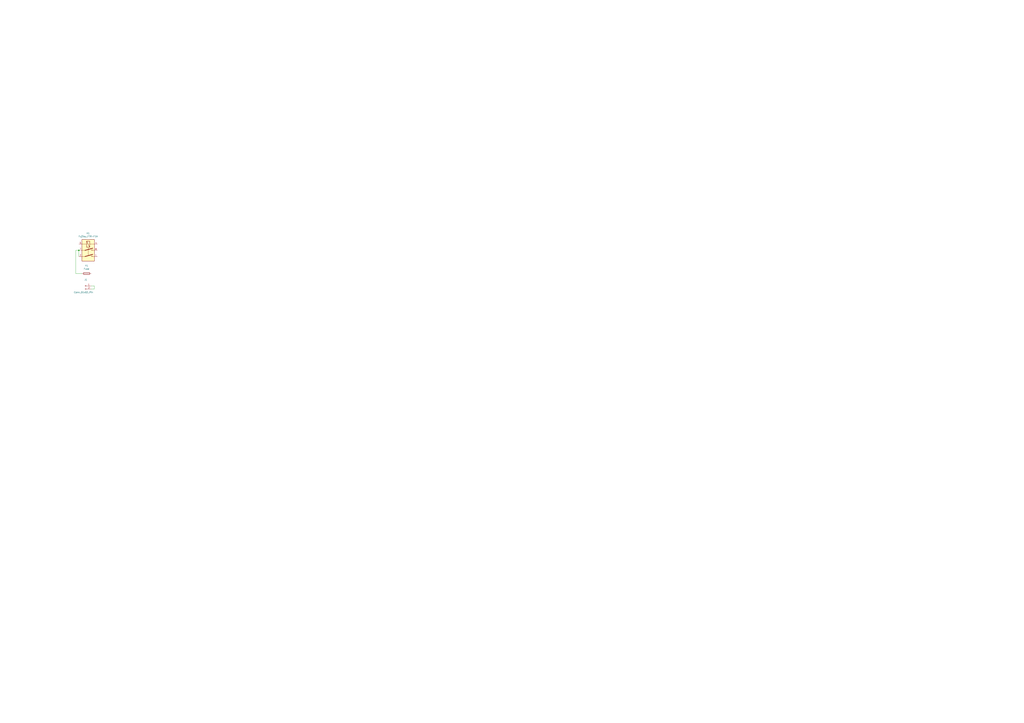
<source format=kicad_sch>
(kicad_sch (version 20231120) (generator "eeschema") (generator_version "8.0")
  (paper "A1")
  (title_block (date "2024-08-27"))
  (lib_symbols
    (symbol "Connector:Conn_01x02_Pin" (pin_names (offset 1.016) hide)
      (property "Reference" "J" (at 0 2.54 0))
      (property "Value" "Conn_01x02_Pin" (at 0 -5.08 0))
      (symbol "Conn_01x02_Pin_1_1"
        (polyline (pts (xy 1.27 -2.54) (xy 0.8636 -2.54)) (stroke (width 0.1524)))
        (polyline (pts (xy 1.27 0) (xy 0.8636 0)) (stroke (width 0.1524)))
        (rectangle (start 0.8636 -2.413) (end 0 -2.667) (stroke (width 0.1524)) (fill (type outline)))
        (rectangle (start 0.8636 0.127) (end 0 -0.127) (stroke (width 0.1524)) (fill (type outline)))
        (pin passive line (at 5.08 0 180) (length 3.81) (name "Pin_1") (number "1"))
        (pin passive line (at 5.08 -2.54 180) (length 3.81) (name "Pin_2") (number "2"))
      )
    )
    (symbol "Device:Fuse" (pin_numbers hide) (pin_names (offset 0))
      (property "Reference" "F" (at 2.032 0 90))
      (property "Value" "Fuse" (at -1.905 0 90))
      (symbol "Fuse_0_1"
        (rectangle (start -0.762 -2.54) (end 0.762 2.54) (stroke (width 0.254)))
        (polyline (pts (xy 0 2.54) (xy 0 -2.54)))
      )
      (symbol "Fuse_1_1"
        (pin passive line (at 0 3.81 270) (length 1.27) (name "~") (number "1"))
        (pin passive line (at 0 -3.81 90) (length 1.27) (name "~") (number "2"))
      )
    )
    (symbol "Relay:Fujitsu_FTR-F1A"
      (property "Reference" "K" (at 0 12.7 0))
      (property "Value" "Fujitsu_FTR-F1A" (at 0 10.16 0))
      (symbol "Fujitsu_FTR-F1A_0_1"
        (rectangle (start -1.27 7.62) (end 1.27 2.54) (stroke (width 0.254)) (fill (type background)))
        (polyline (pts (xy -1.27 7.62) (xy 1.27 2.54)) (stroke (width 0.254)))
      )
      (symbol "Fujitsu_FTR-F1A_1_1"
        (polyline (pts (xy -2.54 -5.08) (xy -5.08 -5.08)))
        (polyline (pts (xy -2.54 -5.08) (xy 3.81 -3.302)) (stroke (width 0.508)))
        (polyline (pts (xy -2.54 0) (xy -5.08 0)))
        (polyline (pts (xy -2.54 0) (xy 3.81 1.778)) (stroke (width 0.508)))
        (polyline (pts (xy 0 -3.175) (xy 0 -3.81)) (stroke (width 0.254)))
        (polyline (pts (xy 0 -1.905) (xy 0 -2.54)) (stroke (width 0.254)))
        (polyline (pts (xy 0 -0.635) (xy 0 -1.27)) (stroke (width 0.254)))
        (polyline (pts (xy 0 0.635) (xy 0 0)) (stroke (width 0.254)))
        (polyline (pts (xy 0 1.905) (xy 0 1.27)) (stroke (width 0.254)))
        (polyline (pts (xy 5.08 5.08) (xy 1.27 5.08)))
        (polyline (pts (xy -5.08 5.08) (xy -1.27 5.08) (xy -1.524 5.08)))
        (polyline (pts (xy 5.08 -5.08) (xy 2.54 -5.08) (xy 3.175 -4.445) (xy 3.81 -5.08)))
        (polyline (pts (xy 5.08 0) (xy 2.54 0) (xy 3.175 0.635) (xy 3.81 0)))
        (rectangle (start 5.08 8.89) (end -5.08 -8.89) (stroke (width 0.254)) (fill (type background)))
        (pin passive line (at 7.62 -5.08 180) (length 2.54) (name "~") (number "1"))
        (pin passive line (at -7.62 -5.08 0) (length 2.54) (name "~") (number "2"))
        (pin passive line (at 7.62 5.08 180) (length 2.54) (name "~") (number "4"))
        (pin passive line (at -7.62 5.08 0) (length 2.54) (name "~") (number "5"))
        (pin passive line (at -7.62 0 0) (length 2.54) (name "~") (number "7"))
        (pin passive line (at 7.62 0 180) (length 2.54) (name "~") (number "8"))
      )
    )
  )
  (junction (at 64.77 205.74))
  (wire (pts (xy 77.47 234.95) (xy 77.47 237.49)))
  (wire (pts (xy 74.93 237.49) (xy 77.47 237.49)))
  (wire (pts (xy 62.23 205.74) (xy 64.77 205.74)))
  (wire (pts (xy 62.23 224.79) (xy 62.23 205.74)))
  (wire (pts (xy 64.77 205.74) (xy 64.77 210.82)))
  (wire (pts (xy 74.93 234.95) (xy 77.47 234.95)))
  (wire (pts (xy 67.31 224.79) (xy 62.23 224.79)))
  (symbol (lib_id "Connector:Conn_01x02_Pin") (at 69.85 234.95 0) (unit 1)
    (property "Reference" "J1" (at 70.485 229.87 0))
    (property "Value" "Conn_01x02_Pin" (at 68.58 240.284 0))
    (property "Description" "Generic connector, single row, 01x02, script generated" (effects (hide yes)))
  )
  (symbol (lib_id "Device:Fuse") (at 71.12 224.79 90) (unit 1)
    (property "Reference" "F1" (at 71.12 218.44 90))
    (property "Value" "Fuse" (at 71.12 220.98 90))
    (property "Description" "Fuse" (effects (hide yes)))
  )
  (symbol (lib_id "Relay:Fujitsu_FTR-F1A") (at 72.39 205.74 0) (unit 1)
    (property "Reference" "K1" (at 72.39 191.77 0))
    (property "Value" "Fujitsu_FTR-F1A" (at 72.39 194.31 0))
    (property "Footprint" "Relay_THT:Relay_DPST_Fujitsu_FTR-F1A" (effects (hide yes)))
    (property "Datasheet" "https://www.fcl.fujitsu.com/downloads/MICRO/fcai/relays/ftr-f1.pdf" (effects (hide yes)))
    (property "Description" "Fujitsu Low Profile Power Relay" (effects (hide yes)))
  )
)
</source>
